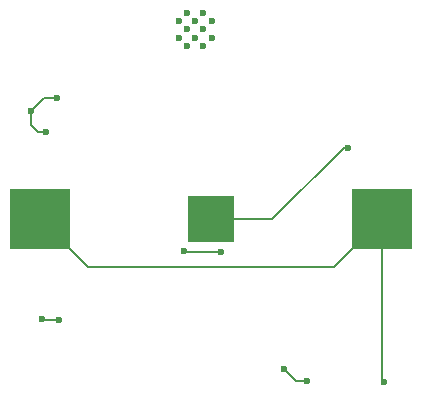
<source format=gbr>
%TF.GenerationSoftware,KiCad,Pcbnew,8.0.8-8.0.8-0~ubuntu24.04.1*%
%TF.CreationDate,2025-08-05T21:13:54-04:00*%
%TF.ProjectId,electronics,656c6563-7472-46f6-9e69-63732e6b6963,rev?*%
%TF.SameCoordinates,Original*%
%TF.FileFunction,Copper,L2,Bot*%
%TF.FilePolarity,Positive*%
%FSLAX46Y46*%
G04 Gerber Fmt 4.6, Leading zero omitted, Abs format (unit mm)*
G04 Created by KiCad (PCBNEW 8.0.8-8.0.8-0~ubuntu24.04.1) date 2025-08-05 21:13:54*
%MOMM*%
%LPD*%
G01*
G04 APERTURE LIST*
%TA.AperFunction,HeatsinkPad*%
%ADD10C,0.600000*%
%TD*%
%TA.AperFunction,SMDPad,CuDef*%
%ADD11R,5.080000X5.080000*%
%TD*%
%TA.AperFunction,SMDPad,CuDef*%
%ADD12R,3.960000X3.960000*%
%TD*%
%TA.AperFunction,ViaPad*%
%ADD13C,0.600000*%
%TD*%
%TA.AperFunction,Conductor*%
%ADD14C,0.200000*%
%TD*%
G04 APERTURE END LIST*
D10*
%TO.P,U1,41,GND*%
%TO.N,GND*%
X202090000Y-74730000D03*
X202090000Y-76130000D03*
X202790000Y-74030000D03*
X202790000Y-75430000D03*
X202790000Y-76830000D03*
X203490000Y-74730000D03*
X203490000Y-76130000D03*
X204190000Y-74030000D03*
X204190000Y-75430000D03*
X204190000Y-76830000D03*
X204890000Y-74730000D03*
X204890000Y-76130000D03*
%TD*%
D11*
%TO.P,BT1,1,+*%
%TO.N,Net-(BT1-+)*%
X219285000Y-91510000D03*
X190355000Y-91510000D03*
D12*
%TO.P,BT1,2,-*%
%TO.N,Net-(BT1--)*%
X204820000Y-91510000D03*
%TD*%
D13*
%TO.N,GND*%
X192000000Y-100080000D03*
X190500000Y-99950000D03*
X210970000Y-104220000D03*
X212950000Y-105240000D03*
X191830000Y-81260000D03*
X189620000Y-82360000D03*
X190850000Y-84130000D03*
%TO.N,Net-(BT1-+)*%
X219500000Y-105300000D03*
%TO.N,/BZR*%
X202502984Y-94224926D03*
X205710000Y-94310000D03*
%TO.N,Net-(BT1--)*%
X216460000Y-85480000D03*
%TD*%
D14*
%TO.N,GND*%
X190500000Y-99950000D02*
X190630000Y-100080000D01*
X190630000Y-100080000D02*
X192000000Y-100080000D01*
X210970000Y-104220000D02*
X211990000Y-105240000D01*
X211990000Y-105240000D02*
X212950000Y-105240000D01*
X189620000Y-82360000D02*
X190720000Y-81260000D01*
X190720000Y-81260000D02*
X191830000Y-81260000D01*
X189620000Y-82360000D02*
X189620000Y-83540000D01*
X190210000Y-84130000D02*
X190850000Y-84130000D01*
X189620000Y-83540000D02*
X190210000Y-84130000D01*
%TO.N,Net-(BT1-+)*%
X219500000Y-105300000D02*
X219285000Y-105085000D01*
X219285000Y-105085000D02*
X219285000Y-91510000D01*
%TO.N,/BZR*%
X202620000Y-94310000D02*
X202530000Y-94220000D01*
X205710000Y-94310000D02*
X202620000Y-94310000D01*
%TO.N,Net-(BT1--)*%
X204820000Y-91510000D02*
X210020000Y-91510000D01*
X210020000Y-91510000D02*
X216050000Y-85480000D01*
X216050000Y-85480000D02*
X216460000Y-85480000D01*
%TO.N,Net-(BT1-+)*%
X190355000Y-91510000D02*
X194415000Y-95570000D01*
X194415000Y-95570000D02*
X215225000Y-95570000D01*
X215225000Y-95570000D02*
X219285000Y-91510000D01*
%TD*%
M02*

</source>
